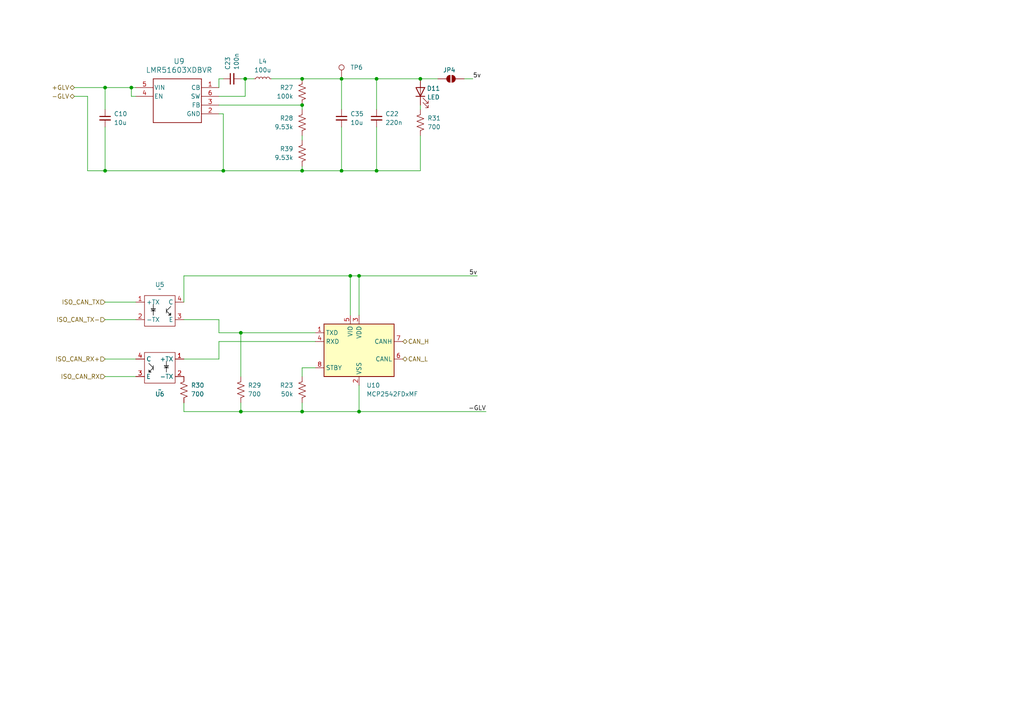
<source format=kicad_sch>
(kicad_sch (version 20250114) (generator "eeschema") (generator_version "9.0")
  (paper "A4")
  (lib_symbols
    (symbol "Connector:TestPoint" (pin_numbers (hide yes)) (pin_names (offset 0.762) (hide yes))
      (property "Reference" "TP" (at 0 6.858 0))
      (property "Value" "TestPoint" (at 0 5.08 0))
      (symbol "TestPoint_0_1"
        (circle (center 0 3.302) (radius 0.762))
      )
      (symbol "TestPoint_1_1"
        (pin passive line (at 0 0 90) (length 2.54) (name "1") (number "1"))
      )
    )
    (symbol "Device:C_Small" (pin_numbers (hide yes)) (pin_names (offset 0.254) (hide yes))
      (property "Reference" "C" (at 0.254 1.778 0))
      (property "Value" "C_Small" (at 0.254 -2.032 0))
      (symbol "C_Small_0_1"
        (polyline (pts (xy -1.524 0.508) (xy 1.524 0.508)) (stroke (width 0.3048)))
        (polyline (pts (xy -1.524 -0.508) (xy 1.524 -0.508)) (stroke (width 0.3302)))
      )
      (symbol "C_Small_1_1"
        (pin passive line (at 0 2.54 270) (length 2.032) (name "~") (number "1"))
        (pin passive line (at 0 -2.54 90) (length 2.032) (name "~") (number "2"))
      )
    )
    (symbol "Device:LED" (pin_numbers (hide yes)) (pin_names (offset 1.016) (hide yes))
      (property "Reference" "D" (at 0 2.54 0))
      (property "Value" "LED" (at 0 -2.54 0))
      (symbol "LED_0_1"
        (polyline (pts (xy -3.048 -0.762) (xy -4.572 -2.286) (xy -3.81 -2.286) (xy -4.572 -2.286) (xy -4.572 -1.524)))
        (polyline (pts (xy -1.778 -0.762) (xy -3.302 -2.286) (xy -2.54 -2.286) (xy -3.302 -2.286) (xy -3.302 -1.524)))
        (polyline (pts (xy -1.27 0) (xy 1.27 0)))
        (polyline (pts (xy -1.27 -1.27) (xy -1.27 1.27)) (stroke (width 0.254)))
        (polyline (pts (xy 1.27 -1.27) (xy 1.27 1.27) (xy -1.27 0) (xy 1.27 -1.27)) (stroke (width 0.254)))
      )
      (symbol "LED_1_1"
        (pin passive line (at -3.81 0 0) (length 2.54) (name "K") (number "1"))
        (pin passive line (at 3.81 0 180) (length 2.54) (name "A") (number "2"))
      )
    )
    (symbol "Device:L_Small" (pin_numbers (hide yes)) (pin_names (offset 0.254) (hide yes))
      (property "Reference" "L" (at 0.762 1.016 0))
      (property "Value" "L_Small" (at 0.762 -1.016 0))
      (symbol "L_Small_0_1"
        (arc (start 0 2.032) (mid 0.5058 1.524) (end 0 1.016))
        (arc (start 0 1.016) (mid 0.5058 0.508) (end 0 0))
        (arc (start 0 0) (mid 0.5058 -0.508) (end 0 -1.016))
        (arc (start 0 -1.016) (mid 0.5058 -1.524) (end 0 -2.032))
      )
      (symbol "L_Small_1_1"
        (pin passive line (at 0 2.54 270) (length 0.508) (name "~") (number "1"))
        (pin passive line (at 0 -2.54 90) (length 0.508) (name "~") (number "2"))
      )
    )
    (symbol "Device:R_US" (pin_numbers (hide yes)) (pin_names (offset 0))
      (property "Reference" "R" (at 2.54 0 90))
      (property "Value" "R_US" (at -2.54 0 90))
      (symbol "R_US_0_1"
        (polyline (pts (xy 0 2.286) (xy 0 2.54)))
        (polyline (pts (xy 0 2.286) (xy 1.016 1.905) (xy 0 1.524) (xy -1.016 1.143) (xy 0 0.762)))
        (polyline (pts (xy 0 0.762) (xy 1.016 0.381) (xy 0 0) (xy -1.016 -0.381) (xy 0 -0.762)))
        (polyline (pts (xy 0 -0.762) (xy 1.016 -1.143) (xy 0 -1.524) (xy -1.016 -1.905) (xy 0 -2.286)))
        (polyline (pts (xy 0 -2.286) (xy 0 -2.54)))
      )
      (symbol "R_US_1_1"
        (pin passive line (at 0 3.81 270) (length 1.27) (name "~") (number "1"))
        (pin passive line (at 0 -3.81 90) (length 1.27) (name "~") (number "2"))
      )
    )
    (symbol "Interface_CAN_LIN:MCP2542FDxMF"
      (property "Reference" "U" (at -10.16 8.89 0))
      (property "Value" "MCP2542FDxMF" (at 2.54 8.89 0))
      (symbol "MCP2542FDxMF_0_1"
        (rectangle (start -10.16 7.62) (end 10.16 -7.62) (stroke (width 0.254)) (fill (type background)))
      )
      (symbol "MCP2542FDxMF_1_1"
        (pin input line (at -12.7 5.08 0) (length 2.54) (name "TXD") (number "1"))
        (pin output line (at -12.7 2.54 0) (length 2.54) (name "RXD") (number "4"))
        (pin input line (at -12.7 -5.08 0) (length 2.54) (name "STBY") (number "8"))
        (pin power_in line (at -2.54 10.16 270) (length 2.54) (name "VIO") (number "5"))
        (pin power_in line (at 0 10.16 270) (length 2.54) (name "VDD") (number "3"))
        (pin power_in line (at 0 -10.16 90) (length 2.54) (name "VSS") (number "2"))
        (pin passive line (at 0 -10.16 90) (length 2.54) (hide yes) (name "VSS") (number "9"))
        (pin bidirectional line (at 12.7 2.54 180) (length 2.54) (name "CANH") (number "7"))
        (pin bidirectional line (at 12.7 -2.54 180) (length 2.54) (name "CANL") (number "6"))
      )
    )
    (symbol "Jumper:SolderJumper_2_Open" (pin_numbers (hide yes)) (pin_names (offset 0) (hide yes)) (in_bom no)
      (property "Reference" "JP" (at 0 2.032 0))
      (property "Value" "SolderJumper_2_Open" (at 0 -2.54 0))
      (symbol "SolderJumper_2_Open_0_1"
        (polyline (pts (xy -0.254 1.016) (xy -0.254 -1.016)))
        (arc (start -0.254 -1.016) (mid -1.2656 0) (end -0.254 1.016))
        (arc (start -0.254 -1.016) (mid -1.2656 0) (end -0.254 1.016) (fill (type outline)))
        (arc (start 0.254 1.016) (mid 1.2656 0) (end 0.254 -1.016))
        (arc (start 0.254 1.016) (mid 1.2656 0) (end 0.254 -1.016) (fill (type outline)))
        (polyline (pts (xy 0.254 1.016) (xy 0.254 -1.016)))
      )
      (symbol "SolderJumper_2_Open_1_1"
        (pin passive line (at -3.81 0 0) (length 2.54) (name "A") (number "1"))
        (pin passive line (at 3.81 0 180) (length 2.54) (name "B") (number "2"))
      )
    )
    (symbol "zzLocalLibrary:ISOM811_0_3"
      (property "Reference" "U" (at -0.508 5.334 0))
      (symbol "ISOM811_0_3_0_1"
        (rectangle (start -5.08 4.445) (end 3.81 -4.445))
        (polyline (pts (xy -2.54 1.905) (xy -2.54 -1.27) (xy -2.54 0) (xy -3.175 0.635) (xy -1.905 0.635) (xy -2.54 0) (xy -3.175 0) (xy -1.905 0)) (stroke (width 0) (color 0 0 0 1)))
        (polyline (pts (xy 2.54 1.27) (xy 2.54 1.27) (xy 1.27 0) (xy 1.27 0.635) (xy 1.27 -0.635) (xy 1.27 0) (xy 2.54 -1.27)) (stroke (width 0) (color 0 0 0 1)))
        (polyline (pts (xy 2.54 -1.27) (xy 1.905 -1.27) (xy 2.54 -0.635) (xy 2.54 -1.27)) (stroke (width 0) (color 0 0 0 1)))
      )
      (symbol "ISOM811_0_3_1_1"
        (pin input line (at -7.62 2.54 0) (length 2.54) (name "+TX") (number "1"))
        (pin input line (at -7.62 -2.54 0) (length 2.54) (name "-TX") (number "2"))
        (pin power_in line (at 6.35 2.54 180) (length 2.54) (name "C") (number "4"))
        (pin power_out line (at 6.35 -2.54 180) (length 2.54) (name "E") (number "3"))
      )
    )
    (symbol "zzLocalLibrary:LMR51603XDBVR" (pin_names (offset 0.254))
      (property "Reference" "U" (at -0.508 10.414 0))
      (property "Value" "LMR51603XDBVR" (at -0.508 7.874 0))
      (symbol "LMR51603XDBVR_0_1"
        (polyline (pts (xy -7.62 6.35) (xy -7.62 -6.35)) (stroke (width 0.2032)))
        (polyline (pts (xy -7.62 -6.35) (xy 6.35 -6.35)) (stroke (width 0.2032)))
        (polyline (pts (xy 6.35 6.35) (xy -7.62 6.35)) (stroke (width 0.2032)))
        (polyline (pts (xy 6.35 -6.35) (xy 6.35 6.35)) (stroke (width 0.2032)))
        (pin power_in line (at -12.7 3.81 0) (length 5.08) (name "VIN") (number "5"))
        (pin input line (at -12.7 1.27 0) (length 5.08) (name "EN") (number "4"))
        (pin unspecified line (at 11.43 3.81 180) (length 5.08) (name "CB") (number "1"))
        (pin unspecified line (at 11.43 1.27 180) (length 5.08) (name "SW") (number "6"))
        (pin unspecified line (at 11.43 -1.27 180) (length 5.08) (name "FB") (number "3"))
        (pin power_in line (at 11.43 -3.81 180) (length 5.08) (name "GND") (number "2"))
      )
    )
  )
  (junction (at 30.48 25.4))
  (junction (at 104.14 119.38))
  (junction (at 87.63 22.86))
  (junction (at 69.85 119.38))
  (junction (at 99.06 49.53))
  (junction (at 71.12 22.86))
  (junction (at 87.63 119.38))
  (junction (at 99.06 22.86))
  (junction (at 69.85 96.52))
  (junction (at 87.63 49.53))
  (junction (at 87.63 30.48))
  (junction (at 101.6 80.01))
  (junction (at 121.92 22.86))
  (junction (at 30.48 49.53))
  (junction (at 109.22 22.86))
  (junction (at 104.14 80.01))
  (junction (at 38.1 25.4))
  (junction (at 64.77 49.53))
  (junction (at 109.22 49.53))
  (wire (pts (xy 64.77 49.53) (xy 87.63 49.53)))
  (wire (pts (xy 87.63 119.38) (xy 104.14 119.38)))
  (wire (pts (xy 53.34 119.38) (xy 53.34 116.84)))
  (wire (pts (xy 30.48 87.63) (xy 39.37 87.63)))
  (wire (pts (xy 21.59 25.4) (xy 30.48 25.4)))
  (wire (pts (xy 25.4 49.53) (xy 30.48 49.53)))
  (wire (pts (xy 25.4 27.94) (xy 25.4 49.53)))
  (wire (pts (xy 63.5 104.14) (xy 53.34 104.14)))
  (wire (pts (xy 38.1 25.4) (xy 38.1 27.94)))
  (wire (pts (xy 99.06 49.53) (xy 109.22 49.53)))
  (wire (pts (xy 30.48 104.14) (xy 39.37 104.14)))
  (wire (pts (xy 109.22 49.53) (xy 121.92 49.53)))
  (wire (pts (xy 30.48 109.22) (xy 39.37 109.22)))
  (wire (pts (xy 104.14 80.01) (xy 101.6 80.01)))
  (wire (pts (xy 63.5 22.86) (xy 64.77 22.86)))
  (wire (pts (xy 87.63 30.48) (xy 87.63 31.75)))
  (wire (pts (xy 109.22 22.86) (xy 121.92 22.86)))
  (wire (pts (xy 63.5 92.71) (xy 63.5 96.52)))
  (wire (pts (xy 30.48 36.83) (xy 30.48 49.53)))
  (wire (pts (xy 99.06 36.83) (xy 99.06 49.53)))
  (wire (pts (xy 69.85 119.38) (xy 53.34 119.38)))
  (wire (pts (xy 53.34 92.71) (xy 63.5 92.71)))
  (wire (pts (xy 101.6 80.01) (xy 53.34 80.01)))
  (wire (pts (xy 39.37 27.94) (xy 38.1 27.94)))
  (wire (pts (xy 99.06 22.86) (xy 99.06 31.75)))
  (wire (pts (xy 21.59 27.94) (xy 25.4 27.94)))
  (wire (pts (xy 121.92 30.48) (xy 121.92 31.75)))
  (wire (pts (xy 87.63 116.84) (xy 87.63 119.38)))
  (wire (pts (xy 99.06 22.86) (xy 109.22 22.86)))
  (wire (pts (xy 30.48 25.4) (xy 38.1 25.4)))
  (wire (pts (xy 63.5 30.48) (xy 87.63 30.48)))
  (wire (pts (xy 69.85 96.52) (xy 91.44 96.52)))
  (wire (pts (xy 63.5 27.94) (xy 71.12 27.94)))
  (wire (pts (xy 30.48 49.53) (xy 64.77 49.53)))
  (wire (pts (xy 87.63 40.64) (xy 87.63 39.37)))
  (wire (pts (xy 71.12 22.86) (xy 69.85 22.86)))
  (wire (pts (xy 63.5 96.52) (xy 69.85 96.52)))
  (wire (pts (xy 87.63 22.86) (xy 99.06 22.86)))
  (wire (pts (xy 87.63 119.38) (xy 69.85 119.38)))
  (wire (pts (xy 101.6 80.01) (xy 101.6 91.44)))
  (wire (pts (xy 121.92 22.86) (xy 127 22.86)))
  (wire (pts (xy 104.14 119.38) (xy 104.14 111.76)))
  (wire (pts (xy 104.14 80.01) (xy 104.14 91.44)))
  (wire (pts (xy 71.12 27.94) (xy 71.12 22.86)))
  (wire (pts (xy 63.5 33.02) (xy 64.77 33.02)))
  (wire (pts (xy 73.66 22.86) (xy 71.12 22.86)))
  (wire (pts (xy 87.63 106.68) (xy 87.63 109.22)))
  (wire (pts (xy 38.1 25.4) (xy 39.37 25.4)))
  (wire (pts (xy 63.5 25.4) (xy 63.5 22.86)))
  (wire (pts (xy 87.63 49.53) (xy 87.63 48.26)))
  (wire (pts (xy 121.92 49.53) (xy 121.92 39.37)))
  (wire (pts (xy 109.22 36.83) (xy 109.22 49.53)))
  (wire (pts (xy 104.14 80.01) (xy 138.43 80.01)))
  (wire (pts (xy 109.22 22.86) (xy 109.22 31.75)))
  (wire (pts (xy 104.14 119.38) (xy 140.97 119.38)))
  (wire (pts (xy 87.63 49.53) (xy 99.06 49.53)))
  (wire (pts (xy 53.34 80.01) (xy 53.34 87.63)))
  (wire (pts (xy 64.77 33.02) (xy 64.77 49.53)))
  (wire (pts (xy 30.48 92.71) (xy 39.37 92.71)))
  (wire (pts (xy 134.62 22.86) (xy 137.16 22.86)))
  (wire (pts (xy 30.48 25.4) (xy 30.48 31.75)))
  (wire (pts (xy 69.85 116.84) (xy 69.85 119.38)))
  (wire (pts (xy 69.85 96.52) (xy 69.85 109.22)))
  (wire (pts (xy 91.44 99.06) (xy 63.5 99.06)))
  (wire (pts (xy 63.5 99.06) (xy 63.5 104.14)))
  (wire (pts (xy 78.74 22.86) (xy 87.63 22.86)))
  (wire (pts (xy 87.63 106.68) (xy 91.44 106.68)))
  (label "5v" (at 137.16 22.86 0))
  (label "-GLV" (at 140.97 119.38 180))
  (label "5v" (at 138.43 80.01 180))
  (hierarchical_label "+GLV" (shape bidirectional) (at 21.59 25.4 180))
  (hierarchical_label "CAN_H" (shape bidirectional) (at 116.84 99.06 0))
  (hierarchical_label "-GLV" (shape bidirectional) (at 21.59 27.94 180))
  (hierarchical_label "ISO_CAN_RX+" (shape input) (at 30.48 104.14 180))
  (hierarchical_label "ISO_CAN_TX-" (shape input) (at 30.48 92.71 180))
  (hierarchical_label "ISO_CAN_TX" (shape input) (at 30.48 87.63 180))
  (hierarchical_label "ISO_CAN_RX" (shape input) (at 30.48 109.22 180))
  (hierarchical_label "CAN_L" (shape bidirectional) (at 116.84 104.14 0))
  (symbol (lib_id "Device:R_US") (at 87.63 44.45 0) (mirror x) (unit 1)
    (property "Reference" "R39" (at 85.09 43.1799 0) (effects (justify right)))
    (property "Value" "9.53k" (at 85.09 45.7199 0) (effects (justify right)))
    (property "Footprint" "Resistor_SMD:R_1206_3216Metric_Pad1.30x1.75mm_HandSolder" (effects (hide yes)))
    (property "Datasheet" "https://www.mouser.com/ProductDetail/ROHM-Semiconductor/KTR18EZPF9531?qs=493kPxzlxfKKR28IC7FA%2Fw%3D%3D" (effects (hide yes)))
    (property "Description" "https://www.mouser.com/ProductDetail/ROHM-Semiconductor/KTR18EZPF9531?qs=493kPxzlxfKKR28IC7FA%2Fw%3D%3D" (effects (hide yes)))
  )
  (symbol (lib_id "Device:L_Small") (at 76.2 22.86 90) (unit 1)
    (property "Reference" "L4" (at 76.2 17.78 90))
    (property "Value" "100u" (at 76.2 20.32 90))
    (property "Footprint" "Inductor_SMD:L_TDK_VLS6045EX_VLS6045AF" (effects (hide yes)))
    (property "Datasheet" "https://www.mouser.com/ProductDetail/Bourns/SRN5040TA-101K?qs=sGAEpiMZZMv126LJFLh8yzjXxFsxq7DFKQ9B6zMMuHM%3D" (effects (hide yes)))
    (property "Description" "Inductor, small symbol" (effects (hide yes)))
  )
  (symbol (lib_id "Device:C_Small") (at 30.48 34.29 0) (unit 1)
    (property "Reference" "C10" (at 33.02 33.0262 0) (effects (justify left)))
    (property "Value" "10u" (at 33.02 35.5662 0) (effects (justify left)))
    (property "Footprint" "Capacitor_SMD:C_1206_3216Metric_Pad1.33x1.80mm_HandSolder" (effects (hide yes)))
    (property "Datasheet" "https://www.mouser.com/ProductDetail/Samsung-Electro-Mechanics/CL31B224KBFNNNF?qs=sGAEpiMZZMsh%252B1woXyUXj7iNKXiFkBmw7C%252BUlKpuDJ8%3D" (effects (hide yes)))
    (property "Description" "50Vdc, 10%, +125C" (effects (hide yes)))
    (property "mouser" "https://www.mouser.com/ProductDetail/Samsung-Electro-Mechanics/CL31A106KBHNNNE?qs=sGAEpiMZZMsh%252B1woXyUXjxqcB7t9naYpzWmpMbMJIKQ%3D" (effects (hide yes)))
  )
  (symbol (lib_id "Device:R_US") (at 53.34 113.03 0) (mirror y) (unit 1)
    (property "Reference" "R30" (at 55.372 111.76 0) (effects (justify right)))
    (property "Value" "700" (at 55.372 114.3 0) (effects (justify right)))
    (property "Footprint" "Resistor_SMD:R_1206_3216Metric_Pad1.30x1.75mm_HandSolder" (effects (hide yes)))
    (property "Datasheet" "https://www.mouser.com/ProductDetail/Panasonic/ERJ-P08F6800V?qs=iIVTEDlrHA3SVAPfz%2FMedg%3D%3D" (effects (hide yes)))
    (property "Description" "Resistor, US symbol" (effects (hide yes)))
  )
  (symbol (lib_id "zzLocalLibrary:ISOM811_0_3") (at 46.99 90.17 0) (unit 1)
    (property "Reference" "U5" (at 46.355 82.55 0))
    (property "Value" "~" (at 46.355 83.82 0))
    (property "Footprint" "zzLocalLibraries-Footprints:ISOM811_SOIC-4_DFG" (effects (hide yes)))
    (property "Datasheet" "https://www.mouser.com/ProductDetail/Texas-Instruments/ISOM8111DFGR?qs=olJun0bQHM%2FlF%2Fo0bK8Wcw%3D%3D" (effects (hide yes)))
    (property "Description" "DC input, transistor output, single channel, opto-emulator with 150% to 230% CTR" (effects (hide yes)))
    (property "mouser" " 595-ISOM8110DFGR" (effects (hide yes)))
  )
  (symbol (lib_id "Device:R_US") (at 87.63 35.56 0) (mirror x) (unit 1)
    (property "Reference" "R28" (at 85.09 34.2899 0) (effects (justify right)))
    (property "Value" "9.53k" (at 85.09 36.8299 0) (effects (justify right)))
    (property "Footprint" "Resistor_SMD:R_1206_3216Metric_Pad1.30x1.75mm_HandSolder" (effects (hide yes)))
    (property "Datasheet" "https://www.mouser.com/ProductDetail/ROHM-Semiconductor/KTR18EZPF9531?qs=493kPxzlxfKKR28IC7FA%2Fw%3D%3D" (effects (hide yes)))
    (property "Description" "https://www.mouser.com/ProductDetail/ROHM-Semiconductor/KTR18EZPF9531?qs=493kPxzlxfKKR28IC7FA%2Fw%3D%3D" (effects (hide yes)))
  )
  (symbol (lib_id "zzLocalLibrary:LMR51603XDBVR") (at 52.07 29.21 0) (unit 1)
    (property "Reference" "U9" (at 51.943 17.78 0) (effects (font (size 1.524 1.524))))
    (property "Value" "LMR51603XDBVR" (at 51.943 20.32 0) (effects (font (size 1.524 1.524))))
    (property "Footprint" "DBV0006A-MFG-IPC_A" (effects (hide yes)))
    (property "Datasheet" "https://www.mouser.com/ProductDetail/Texas-Instruments/LMR51603XDBVR?qs=7%2F6SraaimPRd3XWd6p5ENQ%3D%3D&srsltid=AfmBOoqVq2lwVrZfN0A6hP4VdUrwGp6GuygEoDPn1zQBfEim8q5oRBif" (effects (hide yes)))
    (property "Description" "https://www.ti.com/product/LMR51603" (effects (hide yes)))
  )
  (symbol (lib_id "Device:R_US") (at 87.63 113.03 0) (mirror x) (unit 1)
    (property "Reference" "R23" (at 85.09 111.7599 0) (effects (justify right)))
    (property "Value" "50k" (at 85.09 114.2999 0) (effects (justify right)))
    (property "Footprint" "Resistor_SMD:R_1206_3216Metric_Pad1.30x1.75mm_HandSolder" (effects (hide yes)))
    (property "Description" "0.1% , +155C, 255mW, 200V" (effects (hide yes)))
    (property "mouser" "https://www.mouser.com/ProductDetail/YAGEO/RT1206BRD0750KL?qs=sGAEpiMZZMtlubZbdhIBICrUjP9DMKcXmemmIeztDVw%3D" (effects (hide yes)))
  )
  (symbol (lib_id "Device:C_Small") (at 109.22 34.29 0) (unit 1)
    (property "Reference" "C22" (at 111.76 33.0262 0) (effects (justify left)))
    (property "Value" "220n" (at 111.76 35.5662 0) (effects (justify left)))
    (property "Footprint" "Capacitor_SMD:C_1206_3216Metric_Pad1.33x1.80mm_HandSolder" (effects (hide yes)))
    (property "Datasheet" "https://www.mouser.com/ProductDetail/Samsung-Electro-Mechanics/CL31B224KBFNNNF?qs=sGAEpiMZZMsh%252B1woXyUXj7iNKXiFkBmw7C%252BUlKpuDJ8%3D" (effects (hide yes)))
    (property "Description" "50Vdc, 10%, +125C" (effects (hide yes)))
  )
  (symbol (lib_id "Interface_CAN_LIN:MCP2542FDxMF") (at 104.14 101.6 0) (unit 1)
    (property "Reference" "U10" (at 106.2833 111.76 0) (effects (justify left)))
    (property "Value" "MCP2542FDxMF" (at 106.2833 114.3 0) (effects (justify left)))
    (property "Footprint" "Package_DFN_QFN:DFN-8-1EP_3x3mm_P0.65mm_EP1.55x2.4mm" (effects (hide yes)))
    (property "Datasheet" "http://ww1.microchip.com/downloads/en/DeviceDoc/MCP2542FD-4FD-MCP2542WFD-4WFD-Data-Sheet20005514B.pdf" (effects (hide yes)))
    (property "Description" "CAN-FD Transceiver, Wake-Up on CAN activity, 8Mbps, 5V supply, STBY pin, 3x3 DFN-8" (effects (hide yes)))
  )
  (symbol (lib_id "zzLocalLibrary:ISOM811_0_3") (at 45.72 106.68 0) (mirror y) (unit 1)
    (property "Reference" "U6" (at 46.355 114.3 0))
    (property "Value" "~" (at 46.355 113.03 0))
    (property "Footprint" "zzLocalLibraries-Footprints:ISOM811_SOIC-4_DFG" (effects (hide yes)))
    (property "Datasheet" "https://www.mouser.com/ProductDetail/Texas-Instruments/ISOM8111DFGR?qs=olJun0bQHM%2FlF%2Fo0bK8Wcw%3D%3D" (effects (hide yes)))
    (property "Description" "DC input, transistor output, single channel, opto-emulator with 150% to 230% CTR" (effects (hide yes)))
    (property "mouser" " 595-ISOM8110DFGR" (effects (hide yes)))
  )
  (symbol (lib_id "Device:C_Small") (at 99.06 34.29 0) (unit 1)
    (property "Reference" "C35" (at 101.6 33.0262 0) (effects (justify left)))
    (property "Value" "10u" (at 101.6 35.5662 0) (effects (justify left)))
    (property "Footprint" "Capacitor_SMD:C_1206_3216Metric_Pad1.33x1.80mm_HandSolder" (effects (hide yes)))
    (property "Datasheet" "https://www.mouser.com/ProductDetail/Samsung-Electro-Mechanics/CL31B224KBFNNNF?qs=sGAEpiMZZMsh%252B1woXyUXj7iNKXiFkBmw7C%252BUlKpuDJ8%3D" (effects (hide yes)))
    (property "Description" "50Vdc, 10%, +125C" (effects (hide yes)))
    (property "mouser" "https://www.mouser.com/ProductDetail/Samsung-Electro-Mechanics/CL31A106KBHNNNE?qs=sGAEpiMZZMsh%252B1woXyUXjxqcB7t9naYpzWmpMbMJIKQ%3D" (effects (hide yes)))
  )
  (symbol (lib_id "Device:R_US") (at 87.63 26.67 0) (mirror x) (unit 1)
    (property "Reference" "R27" (at 85.09 25.3999 0) (effects (justify right)))
    (property "Value" "100k" (at 85.09 27.9399 0) (effects (justify right)))
    (property "Footprint" "Resistor_SMD:R_1206_3216Metric_Pad1.30x1.75mm_HandSolder" (effects (hide yes)))
    (property "Datasheet" "https://www.mouser.com/ProductDetail/Bourns/CHV1206-FX-1003EST?qs=QNEnbhJQKvb7tN9X9nEnDA%3D%3D" (effects (hide yes)))
    (property "Description" "Resistor, US symbol" (effects (hide yes)))
  )
  (symbol (lib_id "Jumper:SolderJumper_2_Open") (at 130.81 22.86 0) (unit 1) (in_bom no)
    (property "Reference" "JP4" (at 130.302 20.32 0))
    (property "Value" "SolderJumper_2_Open" (effects (hide yes)))
    (property "Footprint" "Jumper:SolderJumper-2_P1.3mm_Open_TrianglePad1.0x1.5mm" (effects (hide yes)))
    (property "Description" "Solder Jumper, 2-pole, open" (effects (hide yes)))
  )
  (symbol (lib_id "Device:R_US") (at 69.85 113.03 0) (mirror y) (unit 1)
    (property "Reference" "R29" (at 71.882 111.76 0) (effects (justify right)))
    (property "Value" "700" (at 71.882 114.3 0) (effects (justify right)))
    (property "Footprint" "Resistor_SMD:R_1206_3216Metric_Pad1.30x1.75mm_HandSolder" (effects (hide yes)))
    (property "Datasheet" "https://www.mouser.com/ProductDetail/Panasonic/ERJ-P08F6800V?qs=iIVTEDlrHA3SVAPfz%2FMedg%3D%3D" (effects (hide yes)))
    (property "Description" "Resistor, US symbol" (effects (hide yes)))
  )
  (symbol (lib_id "Device:LED") (at 121.92 26.67 90) (unit 1)
    (property "Reference" "D11" (at 125.73 25.654 90))
    (property "Value" "LED" (at 125.73 28.194 90))
    (property "Footprint" "LED_SMD:LED_0201_0603Metric_Pad0.64x0.40mm_HandSolder" (effects (hide yes)))
    (property "Description" "Amber LED, 5mA, 1.9Vf, 5Vr, 75mW" (effects (hide yes)))
    (property "Sim.Pins" "1=K 2=A" (effects (hide yes)))
    (property "mouser" "https://www.mouser.com/ProductDetail/Inolux/IN-S63AT5A?qs=sGAEpiMZZMusoohG2hS%252B168PbK3Wnfgfrs6xlVjjR%2FyR990S%252B53E4A%3D%3D" (effects (hide yes)))
  )
  (symbol (lib_id "Connector:TestPoint") (at 99.06 22.86 0) (unit 1) (in_bom no)
    (property "Reference" "TP6" (at 101.6 19.5579 0) (effects (justify left)))
    (property "Value" "TestPoint" (effects (hide yes)))
    (property "Footprint" "TestPoint:TestPoint_Loop_D2.50mm_Drill1.0mm_LowProfile" (effects (hide yes)))
    (property "Description" "test point" (effects (hide yes)))
  )
  (symbol (lib_id "Device:R_US") (at 121.92 35.56 0) (mirror y) (unit 1)
    (property "Reference" "R31" (at 123.952 34.29 0) (effects (justify right)))
    (property "Value" "700" (at 123.952 36.83 0) (effects (justify right)))
    (property "Footprint" "Resistor_SMD:R_1206_3216Metric_Pad1.30x1.75mm_HandSolder" (effects (hide yes)))
    (property "Datasheet" "https://www.mouser.com/ProductDetail/Panasonic/ERJ-P08F6800V?qs=iIVTEDlrHA3SVAPfz%2FMedg%3D%3D" (effects (hide yes)))
    (property "Description" "Resistor, US symbol" (effects (hide yes)))
  )
  (symbol (lib_id "Device:C_Small") (at 67.31 22.86 90) (unit 1)
    (property "Reference" "C23" (at 66.0462 20.32 0) (effects (justify left)))
    (property "Value" "100n" (at 68.5862 20.32 0) (effects (justify left)))
    (property "Footprint" "Capacitor_SMD:C_1206_3216Metric_Pad1.33x1.80mm_HandSolder" (effects (hide yes)))
    (property "Datasheet" "https://www.mouser.com/ProductDetail/Walsin/1206B104K251CT?qs=fIkAfuXiAQKkmX5niKUTKw%3D%3D" (effects (hide yes)))
    (property "Description" "50Vdc, 10%, +125C" (effects (hide yes)))
  )
)
</source>
